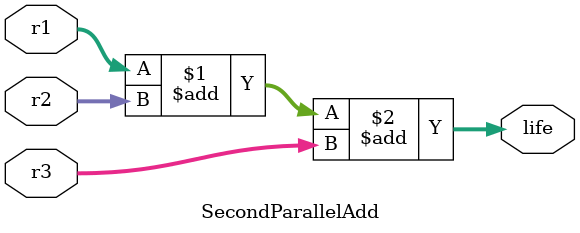
<source format=v>
`timescale 1ns / 1ps
module SecondParallelAdd(
    input [1:0] r1,
    input [1:0] r2,
    input [1:0] r3,
    output [3:0] life
    );
	
	assign life = r1 + r2 + r3;

endmodule

</source>
